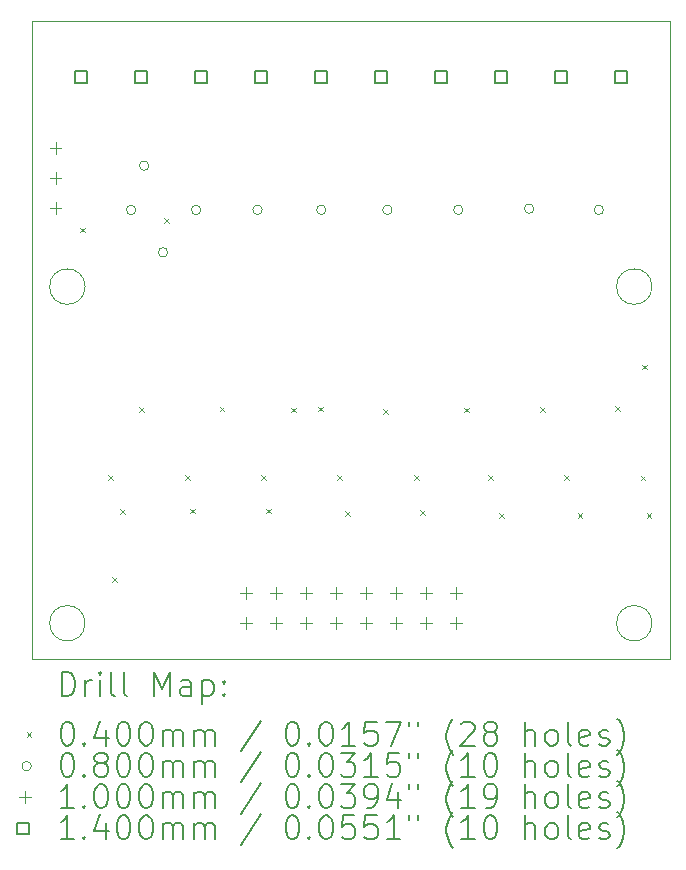
<source format=gbr>
%TF.GenerationSoftware,KiCad,Pcbnew,6.0.11+dfsg-1~bpo11+1*%
%TF.CreationDate,2023-07-05T16:24:09+02:00*%
%TF.ProjectId,dout8rib21,646f7574-3872-4696-9232-312e6b696361,1.1*%
%TF.SameCoordinates,Original*%
%TF.FileFunction,Drillmap*%
%TF.FilePolarity,Positive*%
%FSLAX45Y45*%
G04 Gerber Fmt 4.5, Leading zero omitted, Abs format (unit mm)*
G04 Created by KiCad (PCBNEW 6.0.11+dfsg-1~bpo11+1) date 2023-07-05 16:24:09*
%MOMM*%
%LPD*%
G01*
G04 APERTURE LIST*
%ADD10C,0.100000*%
%ADD11C,0.200000*%
%ADD12C,0.040000*%
%ADD13C,0.080000*%
%ADD14C,0.140000*%
G04 APERTURE END LIST*
D10*
X17850000Y-8850000D02*
G75*
G03*
X17850000Y-8850000I-150000J0D01*
G01*
X17850000Y-11700000D02*
G75*
G03*
X17850000Y-11700000I-150000J0D01*
G01*
X13050000Y-11700000D02*
G75*
G03*
X13050000Y-11700000I-150000J0D01*
G01*
X12600000Y-12000000D02*
X18000000Y-12000000D01*
X18000000Y-12000000D02*
X18000000Y-6600000D01*
X18000000Y-6600000D02*
X12600000Y-6600000D01*
X12600000Y-6600000D02*
X12600000Y-12000000D01*
X13050000Y-8850000D02*
G75*
G03*
X13050000Y-8850000I-150000J0D01*
G01*
D11*
D12*
X13010000Y-8350000D02*
X13050000Y-8390000D01*
X13050000Y-8350000D02*
X13010000Y-8390000D01*
X13245000Y-10445000D02*
X13285000Y-10485000D01*
X13285000Y-10445000D02*
X13245000Y-10485000D01*
X13280000Y-11310000D02*
X13320000Y-11350000D01*
X13320000Y-11310000D02*
X13280000Y-11350000D01*
X13345000Y-10735000D02*
X13385000Y-10775000D01*
X13385000Y-10735000D02*
X13345000Y-10775000D01*
X13510000Y-9870000D02*
X13550000Y-9910000D01*
X13550000Y-9870000D02*
X13510000Y-9910000D01*
X13720000Y-8270000D02*
X13760000Y-8310000D01*
X13760000Y-8270000D02*
X13720000Y-8310000D01*
X13895000Y-10445000D02*
X13935000Y-10485000D01*
X13935000Y-10445000D02*
X13895000Y-10485000D01*
X13940000Y-10730000D02*
X13980000Y-10770000D01*
X13980000Y-10730000D02*
X13940000Y-10770000D01*
X14190000Y-9865000D02*
X14230000Y-9905000D01*
X14230000Y-9865000D02*
X14190000Y-9905000D01*
X14540000Y-10445000D02*
X14580000Y-10485000D01*
X14580000Y-10445000D02*
X14540000Y-10485000D01*
X14585000Y-10730000D02*
X14625000Y-10770000D01*
X14625000Y-10730000D02*
X14585000Y-10770000D01*
X14795000Y-9875000D02*
X14835000Y-9915000D01*
X14835000Y-9875000D02*
X14795000Y-9915000D01*
X15025000Y-9865000D02*
X15065000Y-9905000D01*
X15065000Y-9865000D02*
X15025000Y-9905000D01*
X15185000Y-10445000D02*
X15225000Y-10485000D01*
X15225000Y-10445000D02*
X15185000Y-10485000D01*
X15250000Y-10750000D02*
X15290000Y-10790000D01*
X15290000Y-10750000D02*
X15250000Y-10790000D01*
X15575000Y-9890000D02*
X15615000Y-9930000D01*
X15615000Y-9890000D02*
X15575000Y-9930000D01*
X15835000Y-10445000D02*
X15875000Y-10485000D01*
X15875000Y-10445000D02*
X15835000Y-10485000D01*
X15885000Y-10740000D02*
X15925000Y-10780000D01*
X15925000Y-10740000D02*
X15885000Y-10780000D01*
X16260000Y-9875000D02*
X16300000Y-9915000D01*
X16300000Y-9875000D02*
X16260000Y-9915000D01*
X16465000Y-10445000D02*
X16505000Y-10485000D01*
X16505000Y-10445000D02*
X16465000Y-10485000D01*
X16555000Y-10765000D02*
X16595000Y-10805000D01*
X16595000Y-10765000D02*
X16555000Y-10805000D01*
X16905000Y-9870000D02*
X16945000Y-9910000D01*
X16945000Y-9870000D02*
X16905000Y-9910000D01*
X17105000Y-10445000D02*
X17145000Y-10485000D01*
X17145000Y-10445000D02*
X17105000Y-10485000D01*
X17220000Y-10770000D02*
X17260000Y-10810000D01*
X17260000Y-10770000D02*
X17220000Y-10810000D01*
X17540000Y-9860000D02*
X17580000Y-9900000D01*
X17580000Y-9860000D02*
X17540000Y-9900000D01*
X17755000Y-10450000D02*
X17795000Y-10490000D01*
X17795000Y-10450000D02*
X17755000Y-10490000D01*
X17765000Y-9510000D02*
X17805000Y-9550000D01*
X17805000Y-9510000D02*
X17765000Y-9550000D01*
X17805000Y-10770000D02*
X17845000Y-10810000D01*
X17845000Y-10770000D02*
X17805000Y-10810000D01*
D13*
X13480000Y-8200000D02*
G75*
G03*
X13480000Y-8200000I-40000J0D01*
G01*
X13590000Y-7825000D02*
G75*
G03*
X13590000Y-7825000I-40000J0D01*
G01*
X13750000Y-8560000D02*
G75*
G03*
X13750000Y-8560000I-40000J0D01*
G01*
X14030000Y-8200000D02*
G75*
G03*
X14030000Y-8200000I-40000J0D01*
G01*
X14550000Y-8200000D02*
G75*
G03*
X14550000Y-8200000I-40000J0D01*
G01*
X15090000Y-8200000D02*
G75*
G03*
X15090000Y-8200000I-40000J0D01*
G01*
X15650000Y-8200000D02*
G75*
G03*
X15650000Y-8200000I-40000J0D01*
G01*
X16250000Y-8200000D02*
G75*
G03*
X16250000Y-8200000I-40000J0D01*
G01*
X16850000Y-8190000D02*
G75*
G03*
X16850000Y-8190000I-40000J0D01*
G01*
X17440000Y-8200000D02*
G75*
G03*
X17440000Y-8200000I-40000J0D01*
G01*
D10*
X12800000Y-7627500D02*
X12800000Y-7727500D01*
X12750000Y-7677500D02*
X12850000Y-7677500D01*
X12800000Y-7881500D02*
X12800000Y-7981500D01*
X12750000Y-7931500D02*
X12850000Y-7931500D01*
X12800000Y-8135500D02*
X12800000Y-8235500D01*
X12750000Y-8185500D02*
X12850000Y-8185500D01*
X14411000Y-11396000D02*
X14411000Y-11496000D01*
X14361000Y-11446000D02*
X14461000Y-11446000D01*
X14411000Y-11650000D02*
X14411000Y-11750000D01*
X14361000Y-11700000D02*
X14461000Y-11700000D01*
X14665000Y-11396000D02*
X14665000Y-11496000D01*
X14615000Y-11446000D02*
X14715000Y-11446000D01*
X14665000Y-11650000D02*
X14665000Y-11750000D01*
X14615000Y-11700000D02*
X14715000Y-11700000D01*
X14919000Y-11396000D02*
X14919000Y-11496000D01*
X14869000Y-11446000D02*
X14969000Y-11446000D01*
X14919000Y-11650000D02*
X14919000Y-11750000D01*
X14869000Y-11700000D02*
X14969000Y-11700000D01*
X15173000Y-11396000D02*
X15173000Y-11496000D01*
X15123000Y-11446000D02*
X15223000Y-11446000D01*
X15173000Y-11650000D02*
X15173000Y-11750000D01*
X15123000Y-11700000D02*
X15223000Y-11700000D01*
X15427000Y-11396000D02*
X15427000Y-11496000D01*
X15377000Y-11446000D02*
X15477000Y-11446000D01*
X15427000Y-11650000D02*
X15427000Y-11750000D01*
X15377000Y-11700000D02*
X15477000Y-11700000D01*
X15681000Y-11396000D02*
X15681000Y-11496000D01*
X15631000Y-11446000D02*
X15731000Y-11446000D01*
X15681000Y-11650000D02*
X15681000Y-11750000D01*
X15631000Y-11700000D02*
X15731000Y-11700000D01*
X15935000Y-11396000D02*
X15935000Y-11496000D01*
X15885000Y-11446000D02*
X15985000Y-11446000D01*
X15935000Y-11650000D02*
X15935000Y-11750000D01*
X15885000Y-11700000D02*
X15985000Y-11700000D01*
X16189000Y-11396000D02*
X16189000Y-11496000D01*
X16139000Y-11446000D02*
X16239000Y-11446000D01*
X16189000Y-11650000D02*
X16189000Y-11750000D01*
X16139000Y-11700000D02*
X16239000Y-11700000D01*
D14*
X13063498Y-7127248D02*
X13063498Y-7028252D01*
X12964502Y-7028252D01*
X12964502Y-7127248D01*
X13063498Y-7127248D01*
X13571498Y-7127248D02*
X13571498Y-7028252D01*
X13472502Y-7028252D01*
X13472502Y-7127248D01*
X13571498Y-7127248D01*
X14079498Y-7127248D02*
X14079498Y-7028252D01*
X13980502Y-7028252D01*
X13980502Y-7127248D01*
X14079498Y-7127248D01*
X14587498Y-7127248D02*
X14587498Y-7028252D01*
X14488502Y-7028252D01*
X14488502Y-7127248D01*
X14587498Y-7127248D01*
X15095498Y-7127248D02*
X15095498Y-7028252D01*
X14996502Y-7028252D01*
X14996502Y-7127248D01*
X15095498Y-7127248D01*
X15603498Y-7127248D02*
X15603498Y-7028252D01*
X15504502Y-7028252D01*
X15504502Y-7127248D01*
X15603498Y-7127248D01*
X16111498Y-7127248D02*
X16111498Y-7028252D01*
X16012502Y-7028252D01*
X16012502Y-7127248D01*
X16111498Y-7127248D01*
X16619498Y-7127248D02*
X16619498Y-7028252D01*
X16520502Y-7028252D01*
X16520502Y-7127248D01*
X16619498Y-7127248D01*
X17127498Y-7127248D02*
X17127498Y-7028252D01*
X17028502Y-7028252D01*
X17028502Y-7127248D01*
X17127498Y-7127248D01*
X17635498Y-7127248D02*
X17635498Y-7028252D01*
X17536502Y-7028252D01*
X17536502Y-7127248D01*
X17635498Y-7127248D01*
D11*
X12852619Y-12315476D02*
X12852619Y-12115476D01*
X12900238Y-12115476D01*
X12928809Y-12125000D01*
X12947857Y-12144048D01*
X12957381Y-12163095D01*
X12966905Y-12201190D01*
X12966905Y-12229762D01*
X12957381Y-12267857D01*
X12947857Y-12286905D01*
X12928809Y-12305952D01*
X12900238Y-12315476D01*
X12852619Y-12315476D01*
X13052619Y-12315476D02*
X13052619Y-12182143D01*
X13052619Y-12220238D02*
X13062143Y-12201190D01*
X13071667Y-12191667D01*
X13090714Y-12182143D01*
X13109762Y-12182143D01*
X13176428Y-12315476D02*
X13176428Y-12182143D01*
X13176428Y-12115476D02*
X13166905Y-12125000D01*
X13176428Y-12134524D01*
X13185952Y-12125000D01*
X13176428Y-12115476D01*
X13176428Y-12134524D01*
X13300238Y-12315476D02*
X13281190Y-12305952D01*
X13271667Y-12286905D01*
X13271667Y-12115476D01*
X13405000Y-12315476D02*
X13385952Y-12305952D01*
X13376428Y-12286905D01*
X13376428Y-12115476D01*
X13633571Y-12315476D02*
X13633571Y-12115476D01*
X13700238Y-12258333D01*
X13766905Y-12115476D01*
X13766905Y-12315476D01*
X13947857Y-12315476D02*
X13947857Y-12210714D01*
X13938333Y-12191667D01*
X13919286Y-12182143D01*
X13881190Y-12182143D01*
X13862143Y-12191667D01*
X13947857Y-12305952D02*
X13928809Y-12315476D01*
X13881190Y-12315476D01*
X13862143Y-12305952D01*
X13852619Y-12286905D01*
X13852619Y-12267857D01*
X13862143Y-12248809D01*
X13881190Y-12239286D01*
X13928809Y-12239286D01*
X13947857Y-12229762D01*
X14043095Y-12182143D02*
X14043095Y-12382143D01*
X14043095Y-12191667D02*
X14062143Y-12182143D01*
X14100238Y-12182143D01*
X14119286Y-12191667D01*
X14128809Y-12201190D01*
X14138333Y-12220238D01*
X14138333Y-12277381D01*
X14128809Y-12296428D01*
X14119286Y-12305952D01*
X14100238Y-12315476D01*
X14062143Y-12315476D01*
X14043095Y-12305952D01*
X14224048Y-12296428D02*
X14233571Y-12305952D01*
X14224048Y-12315476D01*
X14214524Y-12305952D01*
X14224048Y-12296428D01*
X14224048Y-12315476D01*
X14224048Y-12191667D02*
X14233571Y-12201190D01*
X14224048Y-12210714D01*
X14214524Y-12201190D01*
X14224048Y-12191667D01*
X14224048Y-12210714D01*
D12*
X12555000Y-12625000D02*
X12595000Y-12665000D01*
X12595000Y-12625000D02*
X12555000Y-12665000D01*
D11*
X12890714Y-12535476D02*
X12909762Y-12535476D01*
X12928809Y-12545000D01*
X12938333Y-12554524D01*
X12947857Y-12573571D01*
X12957381Y-12611667D01*
X12957381Y-12659286D01*
X12947857Y-12697381D01*
X12938333Y-12716428D01*
X12928809Y-12725952D01*
X12909762Y-12735476D01*
X12890714Y-12735476D01*
X12871667Y-12725952D01*
X12862143Y-12716428D01*
X12852619Y-12697381D01*
X12843095Y-12659286D01*
X12843095Y-12611667D01*
X12852619Y-12573571D01*
X12862143Y-12554524D01*
X12871667Y-12545000D01*
X12890714Y-12535476D01*
X13043095Y-12716428D02*
X13052619Y-12725952D01*
X13043095Y-12735476D01*
X13033571Y-12725952D01*
X13043095Y-12716428D01*
X13043095Y-12735476D01*
X13224048Y-12602143D02*
X13224048Y-12735476D01*
X13176428Y-12525952D02*
X13128809Y-12668809D01*
X13252619Y-12668809D01*
X13366905Y-12535476D02*
X13385952Y-12535476D01*
X13405000Y-12545000D01*
X13414524Y-12554524D01*
X13424048Y-12573571D01*
X13433571Y-12611667D01*
X13433571Y-12659286D01*
X13424048Y-12697381D01*
X13414524Y-12716428D01*
X13405000Y-12725952D01*
X13385952Y-12735476D01*
X13366905Y-12735476D01*
X13347857Y-12725952D01*
X13338333Y-12716428D01*
X13328809Y-12697381D01*
X13319286Y-12659286D01*
X13319286Y-12611667D01*
X13328809Y-12573571D01*
X13338333Y-12554524D01*
X13347857Y-12545000D01*
X13366905Y-12535476D01*
X13557381Y-12535476D02*
X13576428Y-12535476D01*
X13595476Y-12545000D01*
X13605000Y-12554524D01*
X13614524Y-12573571D01*
X13624048Y-12611667D01*
X13624048Y-12659286D01*
X13614524Y-12697381D01*
X13605000Y-12716428D01*
X13595476Y-12725952D01*
X13576428Y-12735476D01*
X13557381Y-12735476D01*
X13538333Y-12725952D01*
X13528809Y-12716428D01*
X13519286Y-12697381D01*
X13509762Y-12659286D01*
X13509762Y-12611667D01*
X13519286Y-12573571D01*
X13528809Y-12554524D01*
X13538333Y-12545000D01*
X13557381Y-12535476D01*
X13709762Y-12735476D02*
X13709762Y-12602143D01*
X13709762Y-12621190D02*
X13719286Y-12611667D01*
X13738333Y-12602143D01*
X13766905Y-12602143D01*
X13785952Y-12611667D01*
X13795476Y-12630714D01*
X13795476Y-12735476D01*
X13795476Y-12630714D02*
X13805000Y-12611667D01*
X13824048Y-12602143D01*
X13852619Y-12602143D01*
X13871667Y-12611667D01*
X13881190Y-12630714D01*
X13881190Y-12735476D01*
X13976428Y-12735476D02*
X13976428Y-12602143D01*
X13976428Y-12621190D02*
X13985952Y-12611667D01*
X14005000Y-12602143D01*
X14033571Y-12602143D01*
X14052619Y-12611667D01*
X14062143Y-12630714D01*
X14062143Y-12735476D01*
X14062143Y-12630714D02*
X14071667Y-12611667D01*
X14090714Y-12602143D01*
X14119286Y-12602143D01*
X14138333Y-12611667D01*
X14147857Y-12630714D01*
X14147857Y-12735476D01*
X14538333Y-12525952D02*
X14366905Y-12783095D01*
X14795476Y-12535476D02*
X14814524Y-12535476D01*
X14833571Y-12545000D01*
X14843095Y-12554524D01*
X14852619Y-12573571D01*
X14862143Y-12611667D01*
X14862143Y-12659286D01*
X14852619Y-12697381D01*
X14843095Y-12716428D01*
X14833571Y-12725952D01*
X14814524Y-12735476D01*
X14795476Y-12735476D01*
X14776428Y-12725952D01*
X14766905Y-12716428D01*
X14757381Y-12697381D01*
X14747857Y-12659286D01*
X14747857Y-12611667D01*
X14757381Y-12573571D01*
X14766905Y-12554524D01*
X14776428Y-12545000D01*
X14795476Y-12535476D01*
X14947857Y-12716428D02*
X14957381Y-12725952D01*
X14947857Y-12735476D01*
X14938333Y-12725952D01*
X14947857Y-12716428D01*
X14947857Y-12735476D01*
X15081190Y-12535476D02*
X15100238Y-12535476D01*
X15119286Y-12545000D01*
X15128809Y-12554524D01*
X15138333Y-12573571D01*
X15147857Y-12611667D01*
X15147857Y-12659286D01*
X15138333Y-12697381D01*
X15128809Y-12716428D01*
X15119286Y-12725952D01*
X15100238Y-12735476D01*
X15081190Y-12735476D01*
X15062143Y-12725952D01*
X15052619Y-12716428D01*
X15043095Y-12697381D01*
X15033571Y-12659286D01*
X15033571Y-12611667D01*
X15043095Y-12573571D01*
X15052619Y-12554524D01*
X15062143Y-12545000D01*
X15081190Y-12535476D01*
X15338333Y-12735476D02*
X15224048Y-12735476D01*
X15281190Y-12735476D02*
X15281190Y-12535476D01*
X15262143Y-12564048D01*
X15243095Y-12583095D01*
X15224048Y-12592619D01*
X15519286Y-12535476D02*
X15424048Y-12535476D01*
X15414524Y-12630714D01*
X15424048Y-12621190D01*
X15443095Y-12611667D01*
X15490714Y-12611667D01*
X15509762Y-12621190D01*
X15519286Y-12630714D01*
X15528809Y-12649762D01*
X15528809Y-12697381D01*
X15519286Y-12716428D01*
X15509762Y-12725952D01*
X15490714Y-12735476D01*
X15443095Y-12735476D01*
X15424048Y-12725952D01*
X15414524Y-12716428D01*
X15595476Y-12535476D02*
X15728809Y-12535476D01*
X15643095Y-12735476D01*
X15795476Y-12535476D02*
X15795476Y-12573571D01*
X15871667Y-12535476D02*
X15871667Y-12573571D01*
X16166905Y-12811667D02*
X16157381Y-12802143D01*
X16138333Y-12773571D01*
X16128809Y-12754524D01*
X16119286Y-12725952D01*
X16109762Y-12678333D01*
X16109762Y-12640238D01*
X16119286Y-12592619D01*
X16128809Y-12564048D01*
X16138333Y-12545000D01*
X16157381Y-12516428D01*
X16166905Y-12506905D01*
X16233571Y-12554524D02*
X16243095Y-12545000D01*
X16262143Y-12535476D01*
X16309762Y-12535476D01*
X16328809Y-12545000D01*
X16338333Y-12554524D01*
X16347857Y-12573571D01*
X16347857Y-12592619D01*
X16338333Y-12621190D01*
X16224048Y-12735476D01*
X16347857Y-12735476D01*
X16462143Y-12621190D02*
X16443095Y-12611667D01*
X16433571Y-12602143D01*
X16424048Y-12583095D01*
X16424048Y-12573571D01*
X16433571Y-12554524D01*
X16443095Y-12545000D01*
X16462143Y-12535476D01*
X16500238Y-12535476D01*
X16519286Y-12545000D01*
X16528809Y-12554524D01*
X16538333Y-12573571D01*
X16538333Y-12583095D01*
X16528809Y-12602143D01*
X16519286Y-12611667D01*
X16500238Y-12621190D01*
X16462143Y-12621190D01*
X16443095Y-12630714D01*
X16433571Y-12640238D01*
X16424048Y-12659286D01*
X16424048Y-12697381D01*
X16433571Y-12716428D01*
X16443095Y-12725952D01*
X16462143Y-12735476D01*
X16500238Y-12735476D01*
X16519286Y-12725952D01*
X16528809Y-12716428D01*
X16538333Y-12697381D01*
X16538333Y-12659286D01*
X16528809Y-12640238D01*
X16519286Y-12630714D01*
X16500238Y-12621190D01*
X16776428Y-12735476D02*
X16776428Y-12535476D01*
X16862143Y-12735476D02*
X16862143Y-12630714D01*
X16852619Y-12611667D01*
X16833571Y-12602143D01*
X16805000Y-12602143D01*
X16785952Y-12611667D01*
X16776428Y-12621190D01*
X16985952Y-12735476D02*
X16966905Y-12725952D01*
X16957381Y-12716428D01*
X16947857Y-12697381D01*
X16947857Y-12640238D01*
X16957381Y-12621190D01*
X16966905Y-12611667D01*
X16985952Y-12602143D01*
X17014524Y-12602143D01*
X17033571Y-12611667D01*
X17043095Y-12621190D01*
X17052619Y-12640238D01*
X17052619Y-12697381D01*
X17043095Y-12716428D01*
X17033571Y-12725952D01*
X17014524Y-12735476D01*
X16985952Y-12735476D01*
X17166905Y-12735476D02*
X17147857Y-12725952D01*
X17138333Y-12706905D01*
X17138333Y-12535476D01*
X17319286Y-12725952D02*
X17300238Y-12735476D01*
X17262143Y-12735476D01*
X17243095Y-12725952D01*
X17233571Y-12706905D01*
X17233571Y-12630714D01*
X17243095Y-12611667D01*
X17262143Y-12602143D01*
X17300238Y-12602143D01*
X17319286Y-12611667D01*
X17328810Y-12630714D01*
X17328810Y-12649762D01*
X17233571Y-12668809D01*
X17405000Y-12725952D02*
X17424048Y-12735476D01*
X17462143Y-12735476D01*
X17481190Y-12725952D01*
X17490714Y-12706905D01*
X17490714Y-12697381D01*
X17481190Y-12678333D01*
X17462143Y-12668809D01*
X17433571Y-12668809D01*
X17414524Y-12659286D01*
X17405000Y-12640238D01*
X17405000Y-12630714D01*
X17414524Y-12611667D01*
X17433571Y-12602143D01*
X17462143Y-12602143D01*
X17481190Y-12611667D01*
X17557381Y-12811667D02*
X17566905Y-12802143D01*
X17585952Y-12773571D01*
X17595476Y-12754524D01*
X17605000Y-12725952D01*
X17614524Y-12678333D01*
X17614524Y-12640238D01*
X17605000Y-12592619D01*
X17595476Y-12564048D01*
X17585952Y-12545000D01*
X17566905Y-12516428D01*
X17557381Y-12506905D01*
D13*
X12595000Y-12909000D02*
G75*
G03*
X12595000Y-12909000I-40000J0D01*
G01*
D11*
X12890714Y-12799476D02*
X12909762Y-12799476D01*
X12928809Y-12809000D01*
X12938333Y-12818524D01*
X12947857Y-12837571D01*
X12957381Y-12875667D01*
X12957381Y-12923286D01*
X12947857Y-12961381D01*
X12938333Y-12980428D01*
X12928809Y-12989952D01*
X12909762Y-12999476D01*
X12890714Y-12999476D01*
X12871667Y-12989952D01*
X12862143Y-12980428D01*
X12852619Y-12961381D01*
X12843095Y-12923286D01*
X12843095Y-12875667D01*
X12852619Y-12837571D01*
X12862143Y-12818524D01*
X12871667Y-12809000D01*
X12890714Y-12799476D01*
X13043095Y-12980428D02*
X13052619Y-12989952D01*
X13043095Y-12999476D01*
X13033571Y-12989952D01*
X13043095Y-12980428D01*
X13043095Y-12999476D01*
X13166905Y-12885190D02*
X13147857Y-12875667D01*
X13138333Y-12866143D01*
X13128809Y-12847095D01*
X13128809Y-12837571D01*
X13138333Y-12818524D01*
X13147857Y-12809000D01*
X13166905Y-12799476D01*
X13205000Y-12799476D01*
X13224048Y-12809000D01*
X13233571Y-12818524D01*
X13243095Y-12837571D01*
X13243095Y-12847095D01*
X13233571Y-12866143D01*
X13224048Y-12875667D01*
X13205000Y-12885190D01*
X13166905Y-12885190D01*
X13147857Y-12894714D01*
X13138333Y-12904238D01*
X13128809Y-12923286D01*
X13128809Y-12961381D01*
X13138333Y-12980428D01*
X13147857Y-12989952D01*
X13166905Y-12999476D01*
X13205000Y-12999476D01*
X13224048Y-12989952D01*
X13233571Y-12980428D01*
X13243095Y-12961381D01*
X13243095Y-12923286D01*
X13233571Y-12904238D01*
X13224048Y-12894714D01*
X13205000Y-12885190D01*
X13366905Y-12799476D02*
X13385952Y-12799476D01*
X13405000Y-12809000D01*
X13414524Y-12818524D01*
X13424048Y-12837571D01*
X13433571Y-12875667D01*
X13433571Y-12923286D01*
X13424048Y-12961381D01*
X13414524Y-12980428D01*
X13405000Y-12989952D01*
X13385952Y-12999476D01*
X13366905Y-12999476D01*
X13347857Y-12989952D01*
X13338333Y-12980428D01*
X13328809Y-12961381D01*
X13319286Y-12923286D01*
X13319286Y-12875667D01*
X13328809Y-12837571D01*
X13338333Y-12818524D01*
X13347857Y-12809000D01*
X13366905Y-12799476D01*
X13557381Y-12799476D02*
X13576428Y-12799476D01*
X13595476Y-12809000D01*
X13605000Y-12818524D01*
X13614524Y-12837571D01*
X13624048Y-12875667D01*
X13624048Y-12923286D01*
X13614524Y-12961381D01*
X13605000Y-12980428D01*
X13595476Y-12989952D01*
X13576428Y-12999476D01*
X13557381Y-12999476D01*
X13538333Y-12989952D01*
X13528809Y-12980428D01*
X13519286Y-12961381D01*
X13509762Y-12923286D01*
X13509762Y-12875667D01*
X13519286Y-12837571D01*
X13528809Y-12818524D01*
X13538333Y-12809000D01*
X13557381Y-12799476D01*
X13709762Y-12999476D02*
X13709762Y-12866143D01*
X13709762Y-12885190D02*
X13719286Y-12875667D01*
X13738333Y-12866143D01*
X13766905Y-12866143D01*
X13785952Y-12875667D01*
X13795476Y-12894714D01*
X13795476Y-12999476D01*
X13795476Y-12894714D02*
X13805000Y-12875667D01*
X13824048Y-12866143D01*
X13852619Y-12866143D01*
X13871667Y-12875667D01*
X13881190Y-12894714D01*
X13881190Y-12999476D01*
X13976428Y-12999476D02*
X13976428Y-12866143D01*
X13976428Y-12885190D02*
X13985952Y-12875667D01*
X14005000Y-12866143D01*
X14033571Y-12866143D01*
X14052619Y-12875667D01*
X14062143Y-12894714D01*
X14062143Y-12999476D01*
X14062143Y-12894714D02*
X14071667Y-12875667D01*
X14090714Y-12866143D01*
X14119286Y-12866143D01*
X14138333Y-12875667D01*
X14147857Y-12894714D01*
X14147857Y-12999476D01*
X14538333Y-12789952D02*
X14366905Y-13047095D01*
X14795476Y-12799476D02*
X14814524Y-12799476D01*
X14833571Y-12809000D01*
X14843095Y-12818524D01*
X14852619Y-12837571D01*
X14862143Y-12875667D01*
X14862143Y-12923286D01*
X14852619Y-12961381D01*
X14843095Y-12980428D01*
X14833571Y-12989952D01*
X14814524Y-12999476D01*
X14795476Y-12999476D01*
X14776428Y-12989952D01*
X14766905Y-12980428D01*
X14757381Y-12961381D01*
X14747857Y-12923286D01*
X14747857Y-12875667D01*
X14757381Y-12837571D01*
X14766905Y-12818524D01*
X14776428Y-12809000D01*
X14795476Y-12799476D01*
X14947857Y-12980428D02*
X14957381Y-12989952D01*
X14947857Y-12999476D01*
X14938333Y-12989952D01*
X14947857Y-12980428D01*
X14947857Y-12999476D01*
X15081190Y-12799476D02*
X15100238Y-12799476D01*
X15119286Y-12809000D01*
X15128809Y-12818524D01*
X15138333Y-12837571D01*
X15147857Y-12875667D01*
X15147857Y-12923286D01*
X15138333Y-12961381D01*
X15128809Y-12980428D01*
X15119286Y-12989952D01*
X15100238Y-12999476D01*
X15081190Y-12999476D01*
X15062143Y-12989952D01*
X15052619Y-12980428D01*
X15043095Y-12961381D01*
X15033571Y-12923286D01*
X15033571Y-12875667D01*
X15043095Y-12837571D01*
X15052619Y-12818524D01*
X15062143Y-12809000D01*
X15081190Y-12799476D01*
X15214524Y-12799476D02*
X15338333Y-12799476D01*
X15271667Y-12875667D01*
X15300238Y-12875667D01*
X15319286Y-12885190D01*
X15328809Y-12894714D01*
X15338333Y-12913762D01*
X15338333Y-12961381D01*
X15328809Y-12980428D01*
X15319286Y-12989952D01*
X15300238Y-12999476D01*
X15243095Y-12999476D01*
X15224048Y-12989952D01*
X15214524Y-12980428D01*
X15528809Y-12999476D02*
X15414524Y-12999476D01*
X15471667Y-12999476D02*
X15471667Y-12799476D01*
X15452619Y-12828048D01*
X15433571Y-12847095D01*
X15414524Y-12856619D01*
X15709762Y-12799476D02*
X15614524Y-12799476D01*
X15605000Y-12894714D01*
X15614524Y-12885190D01*
X15633571Y-12875667D01*
X15681190Y-12875667D01*
X15700238Y-12885190D01*
X15709762Y-12894714D01*
X15719286Y-12913762D01*
X15719286Y-12961381D01*
X15709762Y-12980428D01*
X15700238Y-12989952D01*
X15681190Y-12999476D01*
X15633571Y-12999476D01*
X15614524Y-12989952D01*
X15605000Y-12980428D01*
X15795476Y-12799476D02*
X15795476Y-12837571D01*
X15871667Y-12799476D02*
X15871667Y-12837571D01*
X16166905Y-13075667D02*
X16157381Y-13066143D01*
X16138333Y-13037571D01*
X16128809Y-13018524D01*
X16119286Y-12989952D01*
X16109762Y-12942333D01*
X16109762Y-12904238D01*
X16119286Y-12856619D01*
X16128809Y-12828048D01*
X16138333Y-12809000D01*
X16157381Y-12780428D01*
X16166905Y-12770905D01*
X16347857Y-12999476D02*
X16233571Y-12999476D01*
X16290714Y-12999476D02*
X16290714Y-12799476D01*
X16271667Y-12828048D01*
X16252619Y-12847095D01*
X16233571Y-12856619D01*
X16471667Y-12799476D02*
X16490714Y-12799476D01*
X16509762Y-12809000D01*
X16519286Y-12818524D01*
X16528809Y-12837571D01*
X16538333Y-12875667D01*
X16538333Y-12923286D01*
X16528809Y-12961381D01*
X16519286Y-12980428D01*
X16509762Y-12989952D01*
X16490714Y-12999476D01*
X16471667Y-12999476D01*
X16452619Y-12989952D01*
X16443095Y-12980428D01*
X16433571Y-12961381D01*
X16424048Y-12923286D01*
X16424048Y-12875667D01*
X16433571Y-12837571D01*
X16443095Y-12818524D01*
X16452619Y-12809000D01*
X16471667Y-12799476D01*
X16776428Y-12999476D02*
X16776428Y-12799476D01*
X16862143Y-12999476D02*
X16862143Y-12894714D01*
X16852619Y-12875667D01*
X16833571Y-12866143D01*
X16805000Y-12866143D01*
X16785952Y-12875667D01*
X16776428Y-12885190D01*
X16985952Y-12999476D02*
X16966905Y-12989952D01*
X16957381Y-12980428D01*
X16947857Y-12961381D01*
X16947857Y-12904238D01*
X16957381Y-12885190D01*
X16966905Y-12875667D01*
X16985952Y-12866143D01*
X17014524Y-12866143D01*
X17033571Y-12875667D01*
X17043095Y-12885190D01*
X17052619Y-12904238D01*
X17052619Y-12961381D01*
X17043095Y-12980428D01*
X17033571Y-12989952D01*
X17014524Y-12999476D01*
X16985952Y-12999476D01*
X17166905Y-12999476D02*
X17147857Y-12989952D01*
X17138333Y-12970905D01*
X17138333Y-12799476D01*
X17319286Y-12989952D02*
X17300238Y-12999476D01*
X17262143Y-12999476D01*
X17243095Y-12989952D01*
X17233571Y-12970905D01*
X17233571Y-12894714D01*
X17243095Y-12875667D01*
X17262143Y-12866143D01*
X17300238Y-12866143D01*
X17319286Y-12875667D01*
X17328810Y-12894714D01*
X17328810Y-12913762D01*
X17233571Y-12932809D01*
X17405000Y-12989952D02*
X17424048Y-12999476D01*
X17462143Y-12999476D01*
X17481190Y-12989952D01*
X17490714Y-12970905D01*
X17490714Y-12961381D01*
X17481190Y-12942333D01*
X17462143Y-12932809D01*
X17433571Y-12932809D01*
X17414524Y-12923286D01*
X17405000Y-12904238D01*
X17405000Y-12894714D01*
X17414524Y-12875667D01*
X17433571Y-12866143D01*
X17462143Y-12866143D01*
X17481190Y-12875667D01*
X17557381Y-13075667D02*
X17566905Y-13066143D01*
X17585952Y-13037571D01*
X17595476Y-13018524D01*
X17605000Y-12989952D01*
X17614524Y-12942333D01*
X17614524Y-12904238D01*
X17605000Y-12856619D01*
X17595476Y-12828048D01*
X17585952Y-12809000D01*
X17566905Y-12780428D01*
X17557381Y-12770905D01*
D10*
X12545000Y-13123000D02*
X12545000Y-13223000D01*
X12495000Y-13173000D02*
X12595000Y-13173000D01*
D11*
X12957381Y-13263476D02*
X12843095Y-13263476D01*
X12900238Y-13263476D02*
X12900238Y-13063476D01*
X12881190Y-13092048D01*
X12862143Y-13111095D01*
X12843095Y-13120619D01*
X13043095Y-13244428D02*
X13052619Y-13253952D01*
X13043095Y-13263476D01*
X13033571Y-13253952D01*
X13043095Y-13244428D01*
X13043095Y-13263476D01*
X13176428Y-13063476D02*
X13195476Y-13063476D01*
X13214524Y-13073000D01*
X13224048Y-13082524D01*
X13233571Y-13101571D01*
X13243095Y-13139667D01*
X13243095Y-13187286D01*
X13233571Y-13225381D01*
X13224048Y-13244428D01*
X13214524Y-13253952D01*
X13195476Y-13263476D01*
X13176428Y-13263476D01*
X13157381Y-13253952D01*
X13147857Y-13244428D01*
X13138333Y-13225381D01*
X13128809Y-13187286D01*
X13128809Y-13139667D01*
X13138333Y-13101571D01*
X13147857Y-13082524D01*
X13157381Y-13073000D01*
X13176428Y-13063476D01*
X13366905Y-13063476D02*
X13385952Y-13063476D01*
X13405000Y-13073000D01*
X13414524Y-13082524D01*
X13424048Y-13101571D01*
X13433571Y-13139667D01*
X13433571Y-13187286D01*
X13424048Y-13225381D01*
X13414524Y-13244428D01*
X13405000Y-13253952D01*
X13385952Y-13263476D01*
X13366905Y-13263476D01*
X13347857Y-13253952D01*
X13338333Y-13244428D01*
X13328809Y-13225381D01*
X13319286Y-13187286D01*
X13319286Y-13139667D01*
X13328809Y-13101571D01*
X13338333Y-13082524D01*
X13347857Y-13073000D01*
X13366905Y-13063476D01*
X13557381Y-13063476D02*
X13576428Y-13063476D01*
X13595476Y-13073000D01*
X13605000Y-13082524D01*
X13614524Y-13101571D01*
X13624048Y-13139667D01*
X13624048Y-13187286D01*
X13614524Y-13225381D01*
X13605000Y-13244428D01*
X13595476Y-13253952D01*
X13576428Y-13263476D01*
X13557381Y-13263476D01*
X13538333Y-13253952D01*
X13528809Y-13244428D01*
X13519286Y-13225381D01*
X13509762Y-13187286D01*
X13509762Y-13139667D01*
X13519286Y-13101571D01*
X13528809Y-13082524D01*
X13538333Y-13073000D01*
X13557381Y-13063476D01*
X13709762Y-13263476D02*
X13709762Y-13130143D01*
X13709762Y-13149190D02*
X13719286Y-13139667D01*
X13738333Y-13130143D01*
X13766905Y-13130143D01*
X13785952Y-13139667D01*
X13795476Y-13158714D01*
X13795476Y-13263476D01*
X13795476Y-13158714D02*
X13805000Y-13139667D01*
X13824048Y-13130143D01*
X13852619Y-13130143D01*
X13871667Y-13139667D01*
X13881190Y-13158714D01*
X13881190Y-13263476D01*
X13976428Y-13263476D02*
X13976428Y-13130143D01*
X13976428Y-13149190D02*
X13985952Y-13139667D01*
X14005000Y-13130143D01*
X14033571Y-13130143D01*
X14052619Y-13139667D01*
X14062143Y-13158714D01*
X14062143Y-13263476D01*
X14062143Y-13158714D02*
X14071667Y-13139667D01*
X14090714Y-13130143D01*
X14119286Y-13130143D01*
X14138333Y-13139667D01*
X14147857Y-13158714D01*
X14147857Y-13263476D01*
X14538333Y-13053952D02*
X14366905Y-13311095D01*
X14795476Y-13063476D02*
X14814524Y-13063476D01*
X14833571Y-13073000D01*
X14843095Y-13082524D01*
X14852619Y-13101571D01*
X14862143Y-13139667D01*
X14862143Y-13187286D01*
X14852619Y-13225381D01*
X14843095Y-13244428D01*
X14833571Y-13253952D01*
X14814524Y-13263476D01*
X14795476Y-13263476D01*
X14776428Y-13253952D01*
X14766905Y-13244428D01*
X14757381Y-13225381D01*
X14747857Y-13187286D01*
X14747857Y-13139667D01*
X14757381Y-13101571D01*
X14766905Y-13082524D01*
X14776428Y-13073000D01*
X14795476Y-13063476D01*
X14947857Y-13244428D02*
X14957381Y-13253952D01*
X14947857Y-13263476D01*
X14938333Y-13253952D01*
X14947857Y-13244428D01*
X14947857Y-13263476D01*
X15081190Y-13063476D02*
X15100238Y-13063476D01*
X15119286Y-13073000D01*
X15128809Y-13082524D01*
X15138333Y-13101571D01*
X15147857Y-13139667D01*
X15147857Y-13187286D01*
X15138333Y-13225381D01*
X15128809Y-13244428D01*
X15119286Y-13253952D01*
X15100238Y-13263476D01*
X15081190Y-13263476D01*
X15062143Y-13253952D01*
X15052619Y-13244428D01*
X15043095Y-13225381D01*
X15033571Y-13187286D01*
X15033571Y-13139667D01*
X15043095Y-13101571D01*
X15052619Y-13082524D01*
X15062143Y-13073000D01*
X15081190Y-13063476D01*
X15214524Y-13063476D02*
X15338333Y-13063476D01*
X15271667Y-13139667D01*
X15300238Y-13139667D01*
X15319286Y-13149190D01*
X15328809Y-13158714D01*
X15338333Y-13177762D01*
X15338333Y-13225381D01*
X15328809Y-13244428D01*
X15319286Y-13253952D01*
X15300238Y-13263476D01*
X15243095Y-13263476D01*
X15224048Y-13253952D01*
X15214524Y-13244428D01*
X15433571Y-13263476D02*
X15471667Y-13263476D01*
X15490714Y-13253952D01*
X15500238Y-13244428D01*
X15519286Y-13215857D01*
X15528809Y-13177762D01*
X15528809Y-13101571D01*
X15519286Y-13082524D01*
X15509762Y-13073000D01*
X15490714Y-13063476D01*
X15452619Y-13063476D01*
X15433571Y-13073000D01*
X15424048Y-13082524D01*
X15414524Y-13101571D01*
X15414524Y-13149190D01*
X15424048Y-13168238D01*
X15433571Y-13177762D01*
X15452619Y-13187286D01*
X15490714Y-13187286D01*
X15509762Y-13177762D01*
X15519286Y-13168238D01*
X15528809Y-13149190D01*
X15700238Y-13130143D02*
X15700238Y-13263476D01*
X15652619Y-13053952D02*
X15605000Y-13196809D01*
X15728809Y-13196809D01*
X15795476Y-13063476D02*
X15795476Y-13101571D01*
X15871667Y-13063476D02*
X15871667Y-13101571D01*
X16166905Y-13339667D02*
X16157381Y-13330143D01*
X16138333Y-13301571D01*
X16128809Y-13282524D01*
X16119286Y-13253952D01*
X16109762Y-13206333D01*
X16109762Y-13168238D01*
X16119286Y-13120619D01*
X16128809Y-13092048D01*
X16138333Y-13073000D01*
X16157381Y-13044428D01*
X16166905Y-13034905D01*
X16347857Y-13263476D02*
X16233571Y-13263476D01*
X16290714Y-13263476D02*
X16290714Y-13063476D01*
X16271667Y-13092048D01*
X16252619Y-13111095D01*
X16233571Y-13120619D01*
X16443095Y-13263476D02*
X16481190Y-13263476D01*
X16500238Y-13253952D01*
X16509762Y-13244428D01*
X16528809Y-13215857D01*
X16538333Y-13177762D01*
X16538333Y-13101571D01*
X16528809Y-13082524D01*
X16519286Y-13073000D01*
X16500238Y-13063476D01*
X16462143Y-13063476D01*
X16443095Y-13073000D01*
X16433571Y-13082524D01*
X16424048Y-13101571D01*
X16424048Y-13149190D01*
X16433571Y-13168238D01*
X16443095Y-13177762D01*
X16462143Y-13187286D01*
X16500238Y-13187286D01*
X16519286Y-13177762D01*
X16528809Y-13168238D01*
X16538333Y-13149190D01*
X16776428Y-13263476D02*
X16776428Y-13063476D01*
X16862143Y-13263476D02*
X16862143Y-13158714D01*
X16852619Y-13139667D01*
X16833571Y-13130143D01*
X16805000Y-13130143D01*
X16785952Y-13139667D01*
X16776428Y-13149190D01*
X16985952Y-13263476D02*
X16966905Y-13253952D01*
X16957381Y-13244428D01*
X16947857Y-13225381D01*
X16947857Y-13168238D01*
X16957381Y-13149190D01*
X16966905Y-13139667D01*
X16985952Y-13130143D01*
X17014524Y-13130143D01*
X17033571Y-13139667D01*
X17043095Y-13149190D01*
X17052619Y-13168238D01*
X17052619Y-13225381D01*
X17043095Y-13244428D01*
X17033571Y-13253952D01*
X17014524Y-13263476D01*
X16985952Y-13263476D01*
X17166905Y-13263476D02*
X17147857Y-13253952D01*
X17138333Y-13234905D01*
X17138333Y-13063476D01*
X17319286Y-13253952D02*
X17300238Y-13263476D01*
X17262143Y-13263476D01*
X17243095Y-13253952D01*
X17233571Y-13234905D01*
X17233571Y-13158714D01*
X17243095Y-13139667D01*
X17262143Y-13130143D01*
X17300238Y-13130143D01*
X17319286Y-13139667D01*
X17328810Y-13158714D01*
X17328810Y-13177762D01*
X17233571Y-13196809D01*
X17405000Y-13253952D02*
X17424048Y-13263476D01*
X17462143Y-13263476D01*
X17481190Y-13253952D01*
X17490714Y-13234905D01*
X17490714Y-13225381D01*
X17481190Y-13206333D01*
X17462143Y-13196809D01*
X17433571Y-13196809D01*
X17414524Y-13187286D01*
X17405000Y-13168238D01*
X17405000Y-13158714D01*
X17414524Y-13139667D01*
X17433571Y-13130143D01*
X17462143Y-13130143D01*
X17481190Y-13139667D01*
X17557381Y-13339667D02*
X17566905Y-13330143D01*
X17585952Y-13301571D01*
X17595476Y-13282524D01*
X17605000Y-13253952D01*
X17614524Y-13206333D01*
X17614524Y-13168238D01*
X17605000Y-13120619D01*
X17595476Y-13092048D01*
X17585952Y-13073000D01*
X17566905Y-13044428D01*
X17557381Y-13034905D01*
D14*
X12574498Y-13486498D02*
X12574498Y-13387502D01*
X12475502Y-13387502D01*
X12475502Y-13486498D01*
X12574498Y-13486498D01*
D11*
X12957381Y-13527476D02*
X12843095Y-13527476D01*
X12900238Y-13527476D02*
X12900238Y-13327476D01*
X12881190Y-13356048D01*
X12862143Y-13375095D01*
X12843095Y-13384619D01*
X13043095Y-13508428D02*
X13052619Y-13517952D01*
X13043095Y-13527476D01*
X13033571Y-13517952D01*
X13043095Y-13508428D01*
X13043095Y-13527476D01*
X13224048Y-13394143D02*
X13224048Y-13527476D01*
X13176428Y-13317952D02*
X13128809Y-13460809D01*
X13252619Y-13460809D01*
X13366905Y-13327476D02*
X13385952Y-13327476D01*
X13405000Y-13337000D01*
X13414524Y-13346524D01*
X13424048Y-13365571D01*
X13433571Y-13403667D01*
X13433571Y-13451286D01*
X13424048Y-13489381D01*
X13414524Y-13508428D01*
X13405000Y-13517952D01*
X13385952Y-13527476D01*
X13366905Y-13527476D01*
X13347857Y-13517952D01*
X13338333Y-13508428D01*
X13328809Y-13489381D01*
X13319286Y-13451286D01*
X13319286Y-13403667D01*
X13328809Y-13365571D01*
X13338333Y-13346524D01*
X13347857Y-13337000D01*
X13366905Y-13327476D01*
X13557381Y-13327476D02*
X13576428Y-13327476D01*
X13595476Y-13337000D01*
X13605000Y-13346524D01*
X13614524Y-13365571D01*
X13624048Y-13403667D01*
X13624048Y-13451286D01*
X13614524Y-13489381D01*
X13605000Y-13508428D01*
X13595476Y-13517952D01*
X13576428Y-13527476D01*
X13557381Y-13527476D01*
X13538333Y-13517952D01*
X13528809Y-13508428D01*
X13519286Y-13489381D01*
X13509762Y-13451286D01*
X13509762Y-13403667D01*
X13519286Y-13365571D01*
X13528809Y-13346524D01*
X13538333Y-13337000D01*
X13557381Y-13327476D01*
X13709762Y-13527476D02*
X13709762Y-13394143D01*
X13709762Y-13413190D02*
X13719286Y-13403667D01*
X13738333Y-13394143D01*
X13766905Y-13394143D01*
X13785952Y-13403667D01*
X13795476Y-13422714D01*
X13795476Y-13527476D01*
X13795476Y-13422714D02*
X13805000Y-13403667D01*
X13824048Y-13394143D01*
X13852619Y-13394143D01*
X13871667Y-13403667D01*
X13881190Y-13422714D01*
X13881190Y-13527476D01*
X13976428Y-13527476D02*
X13976428Y-13394143D01*
X13976428Y-13413190D02*
X13985952Y-13403667D01*
X14005000Y-13394143D01*
X14033571Y-13394143D01*
X14052619Y-13403667D01*
X14062143Y-13422714D01*
X14062143Y-13527476D01*
X14062143Y-13422714D02*
X14071667Y-13403667D01*
X14090714Y-13394143D01*
X14119286Y-13394143D01*
X14138333Y-13403667D01*
X14147857Y-13422714D01*
X14147857Y-13527476D01*
X14538333Y-13317952D02*
X14366905Y-13575095D01*
X14795476Y-13327476D02*
X14814524Y-13327476D01*
X14833571Y-13337000D01*
X14843095Y-13346524D01*
X14852619Y-13365571D01*
X14862143Y-13403667D01*
X14862143Y-13451286D01*
X14852619Y-13489381D01*
X14843095Y-13508428D01*
X14833571Y-13517952D01*
X14814524Y-13527476D01*
X14795476Y-13527476D01*
X14776428Y-13517952D01*
X14766905Y-13508428D01*
X14757381Y-13489381D01*
X14747857Y-13451286D01*
X14747857Y-13403667D01*
X14757381Y-13365571D01*
X14766905Y-13346524D01*
X14776428Y-13337000D01*
X14795476Y-13327476D01*
X14947857Y-13508428D02*
X14957381Y-13517952D01*
X14947857Y-13527476D01*
X14938333Y-13517952D01*
X14947857Y-13508428D01*
X14947857Y-13527476D01*
X15081190Y-13327476D02*
X15100238Y-13327476D01*
X15119286Y-13337000D01*
X15128809Y-13346524D01*
X15138333Y-13365571D01*
X15147857Y-13403667D01*
X15147857Y-13451286D01*
X15138333Y-13489381D01*
X15128809Y-13508428D01*
X15119286Y-13517952D01*
X15100238Y-13527476D01*
X15081190Y-13527476D01*
X15062143Y-13517952D01*
X15052619Y-13508428D01*
X15043095Y-13489381D01*
X15033571Y-13451286D01*
X15033571Y-13403667D01*
X15043095Y-13365571D01*
X15052619Y-13346524D01*
X15062143Y-13337000D01*
X15081190Y-13327476D01*
X15328809Y-13327476D02*
X15233571Y-13327476D01*
X15224048Y-13422714D01*
X15233571Y-13413190D01*
X15252619Y-13403667D01*
X15300238Y-13403667D01*
X15319286Y-13413190D01*
X15328809Y-13422714D01*
X15338333Y-13441762D01*
X15338333Y-13489381D01*
X15328809Y-13508428D01*
X15319286Y-13517952D01*
X15300238Y-13527476D01*
X15252619Y-13527476D01*
X15233571Y-13517952D01*
X15224048Y-13508428D01*
X15519286Y-13327476D02*
X15424048Y-13327476D01*
X15414524Y-13422714D01*
X15424048Y-13413190D01*
X15443095Y-13403667D01*
X15490714Y-13403667D01*
X15509762Y-13413190D01*
X15519286Y-13422714D01*
X15528809Y-13441762D01*
X15528809Y-13489381D01*
X15519286Y-13508428D01*
X15509762Y-13517952D01*
X15490714Y-13527476D01*
X15443095Y-13527476D01*
X15424048Y-13517952D01*
X15414524Y-13508428D01*
X15719286Y-13527476D02*
X15605000Y-13527476D01*
X15662143Y-13527476D02*
X15662143Y-13327476D01*
X15643095Y-13356048D01*
X15624048Y-13375095D01*
X15605000Y-13384619D01*
X15795476Y-13327476D02*
X15795476Y-13365571D01*
X15871667Y-13327476D02*
X15871667Y-13365571D01*
X16166905Y-13603667D02*
X16157381Y-13594143D01*
X16138333Y-13565571D01*
X16128809Y-13546524D01*
X16119286Y-13517952D01*
X16109762Y-13470333D01*
X16109762Y-13432238D01*
X16119286Y-13384619D01*
X16128809Y-13356048D01*
X16138333Y-13337000D01*
X16157381Y-13308428D01*
X16166905Y-13298905D01*
X16347857Y-13527476D02*
X16233571Y-13527476D01*
X16290714Y-13527476D02*
X16290714Y-13327476D01*
X16271667Y-13356048D01*
X16252619Y-13375095D01*
X16233571Y-13384619D01*
X16471667Y-13327476D02*
X16490714Y-13327476D01*
X16509762Y-13337000D01*
X16519286Y-13346524D01*
X16528809Y-13365571D01*
X16538333Y-13403667D01*
X16538333Y-13451286D01*
X16528809Y-13489381D01*
X16519286Y-13508428D01*
X16509762Y-13517952D01*
X16490714Y-13527476D01*
X16471667Y-13527476D01*
X16452619Y-13517952D01*
X16443095Y-13508428D01*
X16433571Y-13489381D01*
X16424048Y-13451286D01*
X16424048Y-13403667D01*
X16433571Y-13365571D01*
X16443095Y-13346524D01*
X16452619Y-13337000D01*
X16471667Y-13327476D01*
X16776428Y-13527476D02*
X16776428Y-13327476D01*
X16862143Y-13527476D02*
X16862143Y-13422714D01*
X16852619Y-13403667D01*
X16833571Y-13394143D01*
X16805000Y-13394143D01*
X16785952Y-13403667D01*
X16776428Y-13413190D01*
X16985952Y-13527476D02*
X16966905Y-13517952D01*
X16957381Y-13508428D01*
X16947857Y-13489381D01*
X16947857Y-13432238D01*
X16957381Y-13413190D01*
X16966905Y-13403667D01*
X16985952Y-13394143D01*
X17014524Y-13394143D01*
X17033571Y-13403667D01*
X17043095Y-13413190D01*
X17052619Y-13432238D01*
X17052619Y-13489381D01*
X17043095Y-13508428D01*
X17033571Y-13517952D01*
X17014524Y-13527476D01*
X16985952Y-13527476D01*
X17166905Y-13527476D02*
X17147857Y-13517952D01*
X17138333Y-13498905D01*
X17138333Y-13327476D01*
X17319286Y-13517952D02*
X17300238Y-13527476D01*
X17262143Y-13527476D01*
X17243095Y-13517952D01*
X17233571Y-13498905D01*
X17233571Y-13422714D01*
X17243095Y-13403667D01*
X17262143Y-13394143D01*
X17300238Y-13394143D01*
X17319286Y-13403667D01*
X17328810Y-13422714D01*
X17328810Y-13441762D01*
X17233571Y-13460809D01*
X17405000Y-13517952D02*
X17424048Y-13527476D01*
X17462143Y-13527476D01*
X17481190Y-13517952D01*
X17490714Y-13498905D01*
X17490714Y-13489381D01*
X17481190Y-13470333D01*
X17462143Y-13460809D01*
X17433571Y-13460809D01*
X17414524Y-13451286D01*
X17405000Y-13432238D01*
X17405000Y-13422714D01*
X17414524Y-13403667D01*
X17433571Y-13394143D01*
X17462143Y-13394143D01*
X17481190Y-13403667D01*
X17557381Y-13603667D02*
X17566905Y-13594143D01*
X17585952Y-13565571D01*
X17595476Y-13546524D01*
X17605000Y-13517952D01*
X17614524Y-13470333D01*
X17614524Y-13432238D01*
X17605000Y-13384619D01*
X17595476Y-13356048D01*
X17585952Y-13337000D01*
X17566905Y-13308428D01*
X17557381Y-13298905D01*
M02*

</source>
